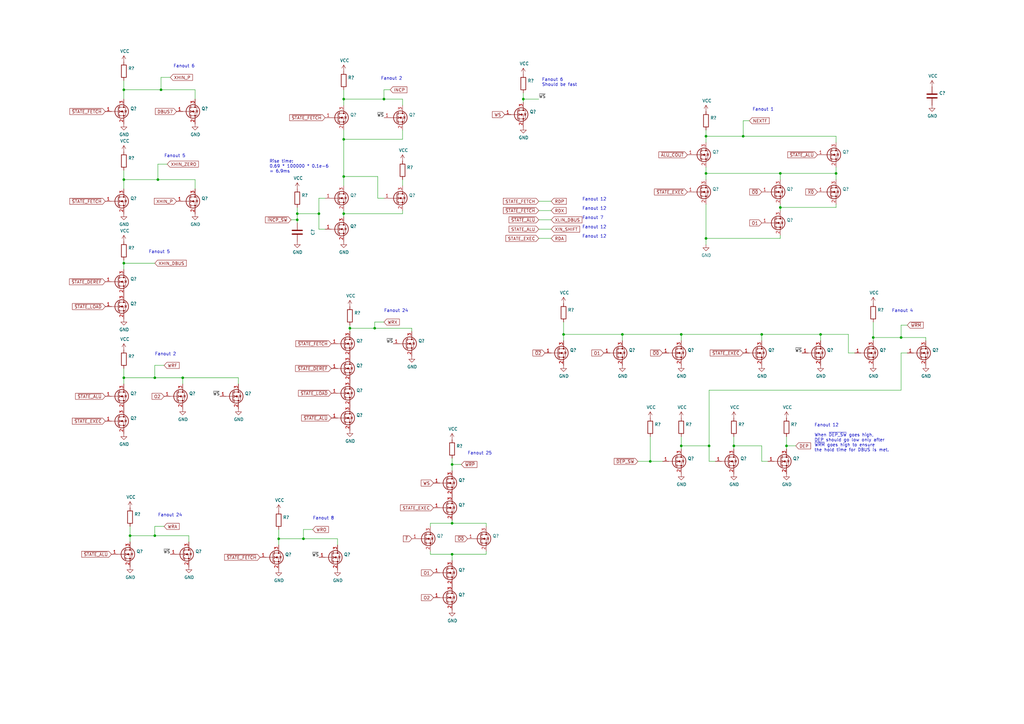
<source format=kicad_sch>
(kicad_sch (version 20211123) (generator eeschema)
  (paper "A3")
  (title_block (title "Q2 Computer") (date "2022-04-16") (rev "4c") (company "joewing.net"))
  (lib_symbols
    (symbol "Device:C" (pin_numbers hide) (pin_names (offset 0.254))
      (property "Reference" "C" (at 0.635 2.54 0))
      (property "Value" "C" (at 0.635 -2.54 0))
      (symbol "C_0_1"
        (polyline (pts (xy -2.032 -0.762) (xy 2.032 -0.762)) (stroke (width 0.508)))
        (polyline (pts (xy -2.032 0.762) (xy 2.032 0.762)) (stroke (width 0.508)))
      )
      (symbol "C_1_1"
        (pin passive line (at 0 3.81 270) (length 2.794) (name "~") (number "1"))
        (pin passive line (at 0 -3.81 90) (length 2.794) (name "~") (number "2"))
      )
    )
    (symbol "Device:R" (pin_numbers hide) (pin_names (offset 0))
      (property "Reference" "R" (at 2.032 0 90))
      (property "Value" "R" (at 0 0 90))
      (symbol "R_0_1"
        (rectangle (start -1.016 -2.54) (end 1.016 2.54) (stroke (width 0.254)))
      )
      (symbol "R_1_1"
        (pin passive line (at 0 3.81 270) (length 1.27) (name "~") (number "1"))
        (pin passive line (at 0 -3.81 90) (length 1.27) (name "~") (number "2"))
      )
    )
    (symbol "Transistor_FET:2N7002" (pin_names hide)
      (property "Reference" "Q" (at 5.08 1.905 0))
      (property "Value" "2N7002" (at 5.08 0 0))
      (symbol "2N7002_0_1"
        (polyline (pts (xy 0.254 0) (xy -2.54 0)))
        (polyline (pts (xy 0.254 1.905) (xy 0.254 -1.905)) (stroke (width 0.254)))
        (polyline (pts (xy 0.762 -1.27) (xy 0.762 -2.286)) (stroke (width 0.254)))
        (polyline (pts (xy 0.762 0.508) (xy 0.762 -0.508)) (stroke (width 0.254)))
        (polyline (pts (xy 0.762 2.286) (xy 0.762 1.27)) (stroke (width 0.254)))
        (polyline (pts (xy 2.54 2.54) (xy 2.54 1.778)))
        (polyline (pts (xy 2.54 -2.54) (xy 2.54 0) (xy 0.762 0)))
        (polyline (pts (xy 0.762 -1.778) (xy 3.302 -1.778) (xy 3.302 1.778) (xy 0.762 1.778)))
        (polyline (pts (xy 1.016 0) (xy 2.032 0.381) (xy 2.032 -0.381) (xy 1.016 0)) (fill (type outline)))
        (polyline (pts (xy 2.794 0.508) (xy 2.921 0.381) (xy 3.683 0.381) (xy 3.81 0.254)))
        (polyline (pts (xy 3.302 0.381) (xy 2.921 -0.254) (xy 3.683 -0.254) (xy 3.302 0.381)))
        (circle (center 1.651 0) (radius 2.794) (stroke (width 0.254)))
        (circle (center 2.54 -1.778) (radius 0.254) (fill (type outline)))
        (circle (center 2.54 1.778) (radius 0.254) (fill (type outline)))
      )
      (symbol "2N7002_1_1"
        (pin input line (at -5.08 0 0) (length 2.54) (name "G") (number "1"))
        (pin passive line (at 2.54 -5.08 90) (length 2.54) (name "S") (number "2"))
        (pin passive line (at 2.54 5.08 270) (length 2.54) (name "D") (number "3"))
      )
    )
    (symbol "power:GND" (power) (pin_names (offset 0))
      (property "Value" "GND" (at 0 -3.81 0))
      (symbol "GND_0_1"
        (polyline (pts (xy 0 0) (xy 0 -1.27) (xy 1.27 -1.27) (xy 0 -2.54) (xy -1.27 -1.27) (xy 0 -1.27)))
      )
      (symbol "GND_1_1"
        (pin power_in line (at 0 0 270) (length 0) hide (name "GND") (number "1"))
      )
    )
    (symbol "power:VCC" (power) (pin_names (offset 0))
      (property "Value" "VCC" (at 0 3.81 0))
      (symbol "VCC_0_1"
        (polyline (pts (xy -0.762 1.27) (xy 0 2.54)))
        (polyline (pts (xy 0 0) (xy 0 2.54)))
        (polyline (pts (xy 0 2.54) (xy 0.762 1.27)))
      )
      (symbol "VCC_1_1"
        (pin power_in line (at 0 0 90) (length 0) hide (name "VCC") (number "1"))
      )
    )
  )
  (junction (at 121.92 87.63))
  (junction (at 358.14 138.43))
  (junction (at 124.46 220.98))
  (junction (at 185.42 214.63))
  (junction (at 53.34 219.71))
  (junction (at 320.04 71.12))
  (junction (at 74.93 154.94))
  (junction (at 50.8 107.95))
  (junction (at 289.56 55.88))
  (junction (at 50.8 73.66))
  (junction (at 342.9 71.12))
  (junction (at 369.57 138.43))
  (junction (at 157.48 40.64))
  (junction (at 66.04 36.83))
  (junction (at 312.42 137.16))
  (junction (at 185.42 190.5))
  (junction (at 63.5 219.71))
  (junction (at 289.56 71.12))
  (junction (at 140.97 57.15))
  (junction (at 143.51 134.62))
  (junction (at 140.97 87.63))
  (junction (at 322.58 182.88))
  (junction (at 266.7 189.23))
  (junction (at 121.92 90.17))
  (junction (at 289.56 97.79))
  (junction (at 50.8 36.83))
  (junction (at 153.67 134.62))
  (junction (at 130.81 87.63))
  (junction (at 140.97 40.64))
  (junction (at 231.14 137.16))
  (junction (at 300.99 182.88))
  (junction (at 185.42 227.33))
  (junction (at 290.83 182.88))
  (junction (at 279.4 137.16))
  (junction (at 114.3 220.98))
  (junction (at 255.27 137.16))
  (junction (at 304.8 55.88))
  (junction (at 279.4 182.88))
  (junction (at 50.8 154.94))
  (junction (at 64.77 73.66))
  (junction (at 63.5 154.94))
  (junction (at 336.55 137.16))
  (junction (at 140.97 72.39))
  (junction (at 214.63 40.64))
  (junction (at 320.04 85.09))
  (wire (pts (xy 114.3 217.17) (xy 114.3 220.98)))
  (wire (pts (xy 326.39 182.88) (xy 322.58 182.88)))
  (wire (pts (xy 130.81 81.28) (xy 130.81 87.63)))
  (wire (pts (xy 124.46 217.17) (xy 124.46 220.98)))
  (wire (pts (xy 130.81 93.98) (xy 133.35 93.98)))
  (wire (pts (xy 312.42 137.16) (xy 336.55 137.16)))
  (wire (pts (xy 320.04 83.82) (xy 320.04 85.09)))
  (wire (pts (xy 289.56 53.34) (xy 289.56 55.88)))
  (wire (pts (xy 50.8 154.94) (xy 50.8 157.48)))
  (wire (pts (xy 50.8 107.95) (xy 63.5 107.95)))
  (wire (pts (xy 176.53 215.9) (xy 176.53 214.63)))
  (wire (pts (xy 128.27 217.17) (xy 124.46 217.17)))
  (wire (pts (xy 289.56 55.88) (xy 304.8 55.88)))
  (wire (pts (xy 157.48 40.64) (xy 165.1 40.64)))
  (wire (pts (xy 114.3 223.52) (xy 114.3 220.98)))
  (wire (pts (xy 165.1 43.18) (xy 165.1 40.64)))
  (wire (pts (xy 140.97 57.15) (xy 140.97 53.34)))
  (wire (pts (xy 119.38 90.17) (xy 121.92 90.17)))
  (wire (pts (xy 185.42 190.5) (xy 185.42 193.04)))
  (wire (pts (xy 347.98 137.16) (xy 336.55 137.16)))
  (wire (pts (xy 231.14 137.16) (xy 255.27 137.16)))
  (wire (pts (xy 143.51 134.62) (xy 143.51 135.89)))
  (wire (pts (xy 176.53 227.33) (xy 185.42 227.33)))
  (wire (pts (xy 63.5 154.94) (xy 50.8 154.94)))
  (wire (pts (xy 320.04 71.12) (xy 342.9 71.12)))
  (wire (pts (xy 322.58 179.07) (xy 322.58 182.88)))
  (wire (pts (xy 347.98 144.78) (xy 347.98 137.16)))
  (wire (pts (xy 66.04 31.75) (xy 66.04 36.83)))
  (wire (pts (xy 68.58 67.31) (xy 64.77 67.31)))
  (wire (pts (xy 63.5 219.71) (xy 77.47 219.71)))
  (wire (pts (xy 50.8 33.02) (xy 50.8 36.83)))
  (wire (pts (xy 320.04 85.09) (xy 320.04 86.36)))
  (wire (pts (xy 358.14 132.08) (xy 358.14 138.43)))
  (wire (pts (xy 140.97 40.64) (xy 157.48 40.64)))
  (wire (pts (xy 80.01 73.66) (xy 64.77 73.66)))
  (wire (pts (xy 320.04 71.12) (xy 320.04 73.66)))
  (wire (pts (xy 157.48 132.08) (xy 153.67 132.08)))
  (wire (pts (xy 199.39 226.06) (xy 199.39 227.33)))
  (wire (pts (xy 66.04 36.83) (xy 80.01 36.83)))
  (wire (pts (xy 176.53 226.06) (xy 176.53 227.33)))
  (wire (pts (xy 226.06 97.79) (xy 220.98 97.79)))
  (wire (pts (xy 322.58 182.88) (xy 322.58 184.15)))
  (wire (pts (xy 320.04 97.79) (xy 320.04 96.52)))
  (wire (pts (xy 214.63 40.64) (xy 214.63 41.91)))
  (wire (pts (xy 67.31 215.9) (xy 63.5 215.9)))
  (wire (pts (xy 369.57 144.78) (xy 372.11 144.78)))
  (wire (pts (xy 157.48 36.83) (xy 157.48 40.64)))
  (wire (pts (xy 300.99 182.88) (xy 312.42 182.88)))
  (wire (pts (xy 289.56 68.58) (xy 289.56 71.12)))
  (wire (pts (xy 290.83 182.88) (xy 279.4 182.88)))
  (wire (pts (xy 372.11 133.35) (xy 369.57 133.35)))
  (wire (pts (xy 63.5 154.94) (xy 74.93 154.94)))
  (wire (pts (xy 304.8 55.88) (xy 342.9 55.88)))
  (wire (pts (xy 185.42 227.33) (xy 185.42 229.87)))
  (wire (pts (xy 289.56 97.79) (xy 320.04 97.79)))
  (wire (pts (xy 140.97 36.83) (xy 140.97 40.64)))
  (wire (pts (xy 290.83 189.23) (xy 290.83 182.88)))
  (wire (pts (xy 279.4 182.88) (xy 279.4 184.15)))
  (wire (pts (xy 157.48 81.28) (xy 154.94 81.28)))
  (wire (pts (xy 289.56 83.82) (xy 289.56 97.79)))
  (wire (pts (xy 289.56 71.12) (xy 289.56 73.66)))
  (wire (pts (xy 50.8 40.64) (xy 50.8 36.83)))
  (wire (pts (xy 220.98 93.98) (xy 226.06 93.98)))
  (wire (pts (xy 143.51 134.62) (xy 153.67 134.62)))
  (wire (pts (xy 320.04 85.09) (xy 342.9 85.09)))
  (wire (pts (xy 293.37 189.23) (xy 290.83 189.23)))
  (wire (pts (xy 290.83 160.02) (xy 369.57 160.02)))
  (wire (pts (xy 64.77 67.31) (xy 64.77 73.66)))
  (wire (pts (xy 130.81 87.63) (xy 130.81 93.98)))
  (wire (pts (xy 80.01 77.47) (xy 80.01 73.66)))
  (wire (pts (xy 50.8 36.83) (xy 66.04 36.83)))
  (wire (pts (xy 160.02 36.83) (xy 157.48 36.83)))
  (wire (pts (xy 74.93 154.94) (xy 97.79 154.94)))
  (wire (pts (xy 185.42 214.63) (xy 185.42 213.36)))
  (wire (pts (xy 153.67 132.08) (xy 153.67 134.62)))
  (wire (pts (xy 312.42 137.16) (xy 279.4 137.16)))
  (wire (pts (xy 185.42 227.33) (xy 199.39 227.33)))
  (wire (pts (xy 53.34 222.25) (xy 53.34 219.71)))
  (wire (pts (xy 342.9 71.12) (xy 342.9 68.58)))
  (wire (pts (xy 80.01 36.83) (xy 80.01 40.64)))
  (wire (pts (xy 279.4 179.07) (xy 279.4 182.88)))
  (wire (pts (xy 168.91 134.62) (xy 168.91 135.89)))
  (wire (pts (xy 289.56 71.12) (xy 320.04 71.12)))
  (wire (pts (xy 138.43 223.52) (xy 138.43 220.98)))
  (wire (pts (xy 261.62 189.23) (xy 266.7 189.23)))
  (wire (pts (xy 307.34 49.53) (xy 304.8 49.53)))
  (wire (pts (xy 300.99 179.07) (xy 300.99 182.88)))
  (wire (pts (xy 165.1 57.15) (xy 165.1 53.34)))
  (wire (pts (xy 140.97 87.63) (xy 165.1 87.63)))
  (wire (pts (xy 50.8 73.66) (xy 50.8 77.47)))
  (wire (pts (xy 226.06 86.36) (xy 220.98 86.36)))
  (wire (pts (xy 342.9 85.09) (xy 342.9 83.82)))
  (wire (pts (xy 289.56 100.33) (xy 289.56 97.79)))
  (wire (pts (xy 154.94 81.28) (xy 154.94 72.39)))
  (wire (pts (xy 63.5 215.9) (xy 63.5 219.71)))
  (wire (pts (xy 165.1 87.63) (xy 165.1 86.36)))
  (wire (pts (xy 266.7 179.07) (xy 266.7 189.23)))
  (wire (pts (xy 74.93 154.94) (xy 74.93 157.48)))
  (wire (pts (xy 312.42 182.88) (xy 312.42 189.23)))
  (wire (pts (xy 266.7 189.23) (xy 271.78 189.23)))
  (wire (pts (xy 133.35 81.28) (xy 130.81 81.28)))
  (wire (pts (xy 67.31 149.86) (xy 63.5 149.86)))
  (wire (pts (xy 185.42 187.96) (xy 185.42 190.5)))
  (wire (pts (xy 63.5 149.86) (xy 63.5 154.94)))
  (wire (pts (xy 77.47 222.25) (xy 77.47 219.71)))
  (wire (pts (xy 358.14 138.43) (xy 358.14 139.7)))
  (wire (pts (xy 199.39 214.63) (xy 199.39 215.9)))
  (wire (pts (xy 336.55 139.7) (xy 336.55 137.16)))
  (wire (pts (xy 220.98 40.64) (xy 214.63 40.64)))
  (wire (pts (xy 279.4 137.16) (xy 279.4 139.7)))
  (wire (pts (xy 121.92 91.44) (xy 121.92 90.17)))
  (wire (pts (xy 64.77 73.66) (xy 50.8 73.66)))
  (wire (pts (xy 342.9 55.88) (xy 342.9 58.42)))
  (wire (pts (xy 53.34 219.71) (xy 63.5 219.71)))
  (wire (pts (xy 176.53 214.63) (xy 185.42 214.63)))
  (wire (pts (xy 231.14 137.16) (xy 231.14 139.7)))
  (wire (pts (xy 189.23 190.5) (xy 185.42 190.5)))
  (wire (pts (xy 185.42 214.63) (xy 199.39 214.63)))
  (wire (pts (xy 140.97 87.63) (xy 140.97 88.9)))
  (wire (pts (xy 369.57 160.02) (xy 369.57 144.78)))
  (wire (pts (xy 140.97 72.39) (xy 140.97 76.2)))
  (wire (pts (xy 140.97 86.36) (xy 140.97 87.63)))
  (wire (pts (xy 154.94 72.39) (xy 140.97 72.39)))
  (wire (pts (xy 279.4 137.16) (xy 255.27 137.16)))
  (wire (pts (xy 300.99 182.88) (xy 300.99 184.15)))
  (wire (pts (xy 369.57 138.43) (xy 379.73 138.43)))
  (wire (pts (xy 304.8 49.53) (xy 304.8 55.88)))
  (wire (pts (xy 140.97 43.18) (xy 140.97 40.64)))
  (wire (pts (xy 50.8 106.68) (xy 50.8 107.95)))
  (wire (pts (xy 289.56 58.42) (xy 289.56 55.88)))
  (wire (pts (xy 153.67 134.62) (xy 168.91 134.62)))
  (wire (pts (xy 143.51 133.35) (xy 143.51 134.62)))
  (wire (pts (xy 140.97 57.15) (xy 165.1 57.15)))
  (wire (pts (xy 140.97 57.15) (xy 140.97 72.39)))
  (wire (pts (xy 121.92 90.17) (xy 121.92 87.63)))
  (wire (pts (xy 97.79 154.94) (xy 97.79 157.48)))
  (wire (pts (xy 121.92 87.63) (xy 130.81 87.63)))
  (wire (pts (xy 50.8 151.13) (xy 50.8 154.94)))
  (wire (pts (xy 369.57 133.35) (xy 369.57 138.43)))
  (wire (pts (xy 114.3 220.98) (xy 124.46 220.98)))
  (wire (pts (xy 214.63 38.1) (xy 214.63 40.64)))
  (wire (pts (xy 50.8 69.85) (xy 50.8 73.66)))
  (wire (pts (xy 312.42 189.23) (xy 314.96 189.23)))
  (wire (pts (xy 350.52 144.78) (xy 347.98 144.78)))
  (wire (pts (xy 69.85 31.75) (xy 66.04 31.75)))
  (wire (pts (xy 165.1 73.66) (xy 165.1 76.2)))
  (wire (pts (xy 220.98 90.17) (xy 226.06 90.17)))
  (wire (pts (xy 50.8 107.95) (xy 50.8 110.49)))
  (wire (pts (xy 379.73 138.43) (xy 379.73 139.7)))
  (wire (pts (xy 220.98 82.55) (xy 226.06 82.55)))
  (wire (pts (xy 53.34 215.9) (xy 53.34 219.71)))
  (wire (pts (xy 312.42 139.7) (xy 312.42 137.16)))
  (wire (pts (xy 124.46 220.98) (xy 138.43 220.98)))
  (wire (pts (xy 290.83 182.88) (xy 290.83 160.02)))
  (wire (pts (xy 255.27 137.16) (xy 255.27 139.7)))
  (wire (pts (xy 358.14 138.43) (xy 369.57 138.43)))
  (wire (pts (xy 121.92 85.09) (xy 121.92 87.63)))
  (wire (pts (xy 231.14 132.08) (xy 231.14 137.16)))
  (wire (pts (xy 342.9 71.12) (xy 342.9 73.66)))
  (text "Fanout 12" (at 238.76 93.98 0) (effects (font (size 1.27 1.27)) (justify left bottom)))
  (text "Fanout 12" (at 238.76 82.55 0) (effects (font (size 1.27 1.27)) (justify left bottom)))
  (text "Fanout 12" (at 238.76 97.79 0) (effects (font (size 1.27 1.27)) (justify left bottom)))
  (text "Fanout 25" (at 191.77 186.69 0) (effects (font (size 1.27 1.27)) (justify left bottom)))
  (text "Fanout 4" (at 365.76 128.27 0) (effects (font (size 1.27 1.27)) (justify left bottom)))
  (text "Fanout 5" (at 67.31 64.77 0) (effects (font (size 1.27 1.27)) (justify left bottom)))
  (text "Fanout 24" (at 64.77 212.09 0) (effects (font (size 1.27 1.27)) (justify left bottom)))
  (text "Fanout 7" (at 238.76 90.17 0) (effects (font (size 1.27 1.27)) (justify left bottom)))
  (text "Fanout 12\n\nWhen ~{DEP_SW} goes high,\nDEP should go low only after\n~{WRM} goes high to ensure\nthe hold time for DBUS is met." (at 334.01 185.42 0) (effects (font (size 1.27 1.27)) (justify left bottom)))
  (text "Fanout 2" (at 63.5 146.05 0) (effects (font (size 1.27 1.27)) (justify left bottom)))
  (text "Fanout 6\nShould be fast" (at 222.25 35.56 0) (effects (font (size 1.27 1.27)) (justify left bottom)))
  (text "Fanout 12" (at 238.76 86.36 0) (effects (font (size 1.27 1.27)) (justify left bottom)))
  (text "Fanout 5" (at 60.96 104.14 0) (effects (font (size 1.27 1.27)) (justify left bottom)))
  (text "Fanout 24" (at 157.48 128.27 0) (effects (font (size 1.27 1.27)) (justify left bottom)))
  (text "Fanout 2" (at 156.21 33.02 0) (effects (font (size 1.27 1.27)) (justify left bottom)))
  (text "Fanout 6" (at 71.12 27.94 0) (effects (font (size 1.27 1.27)) (justify left bottom)))
  (text "Fanout 8" (at 128.27 213.36 0) (effects (font (size 1.27 1.27)) (justify left bottom)))
  (text "Rise time:\n0.69 * 100000 * 0.1e-6\n= 6.9ms" (at 110.49 71.12 0) (effects (font (size 1.27 1.27)) (justify left bottom)))
  (text "Fanout 1" (at 308.61 45.72 0) (effects (font (size 1.27 1.27)) (justify left bottom)))
  (label "~{WS}" (at 90.17 162.56 180))
  (label "~{WS}" (at 130.81 228.6 180))
  (label "~{WS}" (at 220.98 40.64 0))
  (label "~{WS}" (at 161.29 140.97 180))
  (label "~{WS}" (at 157.48 48.26 180))
  (label "~{WS}" (at 69.85 227.33 180))
  (label "~{WS}" (at 328.93 144.78 180))
  (global_label "~{X0}" (shape input) (at 335.28 78.74 180) (property "Intersheet References" "${INTERSHEET_REFS}" (effects hide)))
  (global_label "STATE_FETCH" (shape input) (at 220.98 82.55 180) (property "Intersheet References" "${INTERSHEET_REFS}" (effects hide)))
  (global_label "WRF" (shape input) (at 67.31 149.86 0) (property "Intersheet References" "${INTERSHEET_REFS}" (effects hide)))
  (global_label "~{F}" (shape input) (at 168.91 220.98 180) (property "Intersheet References" "${INTERSHEET_REFS}" (effects hide)))
  (global_label "WS" (shape input) (at 177.8 198.12 180) (property "Intersheet References" "${INTERSHEET_REFS}" (effects hide)))
  (global_label "XHIN_DBUS" (shape input) (at 63.5 107.95 0) (property "Intersheet References" "${INTERSHEET_REFS}" (effects hide)))
  (global_label "XHIN_ZERO" (shape input) (at 68.58 67.31 0) (property "Intersheet References" "${INTERSHEET_REFS}" (effects hide)))
  (global_label "~{STATE_ALU}" (shape input) (at 220.98 90.17 180) (property "Intersheet References" "${INTERSHEET_REFS}" (effects hide)))
  (global_label "~{O0}" (shape input) (at 191.77 220.98 180) (property "Intersheet References" "${INTERSHEET_REFS}" (effects hide)))
  (global_label "O2" (shape input) (at 67.31 162.56 180) (property "Intersheet References" "${INTERSHEET_REFS}" (effects hide)))
  (global_label "~{INCP_SW}" (shape input) (at 119.38 90.17 180) (property "Intersheet References" "${INTERSHEET_REFS}" (effects hide)))
  (global_label "~{STATE_FETCH}" (shape input) (at 220.98 86.36 180) (property "Intersheet References" "${INTERSHEET_REFS}" (effects hide)))
  (global_label "STATE_EXEC" (shape input) (at 177.8 208.28 180) (property "Intersheet References" "${INTERSHEET_REFS}" (effects hide)))
  (global_label "~{STATE_EXEC}" (shape input) (at 43.18 172.72 180) (property "Intersheet References" "${INTERSHEET_REFS}" (effects hide)))
  (global_label "~{STATE_EXEC}" (shape input) (at 281.94 78.74 180) (property "Intersheet References" "${INTERSHEET_REFS}" (effects hide)))
  (global_label "~{STATE_DEREF}" (shape input) (at 135.89 151.13 180) (property "Intersheet References" "${INTERSHEET_REFS}" (effects hide)))
  (global_label "RDX" (shape input) (at 226.06 86.36 0) (property "Intersheet References" "${INTERSHEET_REFS}" (effects hide)))
  (global_label "~{STATE_ALU}" (shape input) (at 45.72 227.33 180) (property "Intersheet References" "${INTERSHEET_REFS}" (effects hide)))
  (global_label "~{STATE_ALU}" (shape input) (at 335.28 63.5 180) (property "Intersheet References" "${INTERSHEET_REFS}" (effects hide)))
  (global_label "~{O0}" (shape input) (at 312.42 78.74 180) (property "Intersheet References" "${INTERSHEET_REFS}" (effects hide)))
  (global_label "O1" (shape input) (at 312.42 91.44 180) (property "Intersheet References" "${INTERSHEET_REFS}" (effects hide)))
  (global_label "~{STATE_LOAD}" (shape input) (at 135.89 161.29 180) (property "Intersheet References" "${INTERSHEET_REFS}" (effects hide)))
  (global_label "~{ALU_COUT}" (shape input) (at 281.94 63.5 180) (property "Intersheet References" "${INTERSHEET_REFS}" (effects hide)))
  (global_label "XHIN_P" (shape input) (at 69.85 31.75 0) (property "Intersheet References" "${INTERSHEET_REFS}" (effects hide)))
  (global_label "~{STATE_FETCH}" (shape input) (at 43.18 82.55 180) (property "Intersheet References" "${INTERSHEET_REFS}" (effects hide)))
  (global_label "~{STATE_ALU}" (shape input) (at 135.89 171.45 180) (property "Intersheet References" "${INTERSHEET_REFS}" (effects hide)))
  (global_label "INCP" (shape input) (at 160.02 36.83 0) (property "Intersheet References" "${INTERSHEET_REFS}" (effects hide)))
  (global_label "WRA" (shape input) (at 67.31 215.9 0) (property "Intersheet References" "${INTERSHEET_REFS}" (effects hide)))
  (global_label "STATE_ALU" (shape input) (at 220.98 93.98 180) (property "Intersheet References" "${INTERSHEET_REFS}" (effects hide)))
  (global_label "~{DEP_SW}" (shape input) (at 261.62 189.23 180) (property "Intersheet References" "${INTERSHEET_REFS}" (effects hide)))
  (global_label "~{O0}" (shape input) (at 271.78 144.78 180) (property "Intersheet References" "${INTERSHEET_REFS}" (effects hide)))
  (global_label "XHIN_P" (shape input) (at 72.39 82.55 180) (property "Intersheet References" "${INTERSHEET_REFS}" (effects hide)))
  (global_label "NEXTF" (shape input) (at 307.34 49.53 0) (property "Intersheet References" "${INTERSHEET_REFS}" (effects hide)))
  (global_label "~{STATE_FETCH}" (shape input) (at 43.18 45.72 180) (property "Intersheet References" "${INTERSHEET_REFS}" (effects hide)))
  (global_label "O1" (shape input) (at 177.8 234.95 180) (property "Intersheet References" "${INTERSHEET_REFS}" (effects hide)))
  (global_label "WRX" (shape input) (at 157.48 132.08 0) (property "Intersheet References" "${INTERSHEET_REFS}" (effects hide)))
  (global_label "~{STATE_LOAD}" (shape input) (at 43.18 125.73 180) (property "Intersheet References" "${INTERSHEET_REFS}" (effects hide)))
  (global_label "~{STATE_FETCH}" (shape input) (at 106.68 228.6 180) (property "Intersheet References" "${INTERSHEET_REFS}" (effects hide)))
  (global_label "~{STATE_ALU}" (shape input) (at 43.18 162.56 180) (property "Intersheet References" "${INTERSHEET_REFS}" (effects hide)))
  (global_label "~{WRM}" (shape input) (at 372.11 133.35 0) (property "Intersheet References" "${INTERSHEET_REFS}" (effects hide)))
  (global_label "RDA" (shape input) (at 226.06 97.79 0) (property "Intersheet References" "${INTERSHEET_REFS}" (effects hide)))
  (global_label "O2" (shape input) (at 177.8 245.11 180) (property "Intersheet References" "${INTERSHEET_REFS}" (effects hide)))
  (global_label "STATE_EXEC" (shape input) (at 220.98 97.79 180) (property "Intersheet References" "${INTERSHEET_REFS}" (effects hide)))
  (global_label "~{O2}" (shape input) (at 223.52 144.78 180) (property "Intersheet References" "${INTERSHEET_REFS}" (effects hide)))
  (global_label "O1" (shape input) (at 247.65 144.78 180) (property "Intersheet References" "${INTERSHEET_REFS}" (effects hide)))
  (global_label "~{STATE_DEREF}" (shape input) (at 43.18 115.57 180) (property "Intersheet References" "${INTERSHEET_REFS}" (effects hide)))
  (global_label "WS" (shape input) (at 207.01 46.99 180) (property "Intersheet References" "${INTERSHEET_REFS}" (effects hide)))
  (global_label "WRO" (shape input) (at 128.27 217.17 0) (property "Intersheet References" "${INTERSHEET_REFS}" (effects hide)))
  (global_label "~{STATE_EXEC}" (shape input) (at 304.8 144.78 180) (property "Intersheet References" "${INTERSHEET_REFS}" (effects hide)))
  (global_label "~{WRP}" (shape input) (at 189.23 190.5 0) (property "Intersheet References" "${INTERSHEET_REFS}" (effects hide)))
  (global_label "~{STATE_FETCH}" (shape input) (at 135.89 140.97 180) (property "Intersheet References" "${INTERSHEET_REFS}" (effects hide)))
  (global_label "XLIN_DBUS" (shape input) (at 226.06 90.17 0) (property "Intersheet References" "${INTERSHEET_REFS}" (effects hide)))
  (global_label "DBUS7" (shape input) (at 72.39 45.72 180) (property "Intersheet References" "${INTERSHEET_REFS}" (effects hide)))
  (global_label "DEP" (shape input) (at 326.39 182.88 0) (property "Intersheet References" "${INTERSHEET_REFS}" (effects hide)))
  (global_label "RDP" (shape input) (at 226.06 82.55 0) (property "Intersheet References" "${INTERSHEET_REFS}" (effects hide)))
  (global_label "~{STATE_FETCH}" (shape input) (at 133.35 48.26 180) (property "Intersheet References" "${INTERSHEET_REFS}" (effects hide)))
  (global_label "XIN_SHIFT" (shape input) (at 226.06 93.98 0) (property "Intersheet References" "${INTERSHEET_REFS}" (effects hide)))
  (symbol (lib_id "Transistor_FET:2N7002") (at 298.45 189.23 0) (unit 1)
    (property "Reference" "Q?" (at 303.6316 188.0616 0) (effects (justify left)))
    (property "LCSC" "C181083" (effects hide))
    (property "Manufacturer" "Guangdong Hottech" (effects hide))
    (property "Part Number" "2N7002" (effects hide))
    (property "Package" "SOT-23" (effects hide))
    (property "Type" "SMD" (effects hide))
  )
  (symbol (lib_id "power:GND") (at 300.99 194.31 0) (unit 1)
    (property "Reference" "#PWR?" (effects hide))
  )
  (symbol (lib_id "Transistor_FET:2N7002") (at 276.86 189.23 0) (unit 1)
    (property "Reference" "Q?" (at 282.0416 188.0616 0) (effects (justify left)))
    (property "LCSC" "C181083" (effects hide))
    (property "Manufacturer" "Guangdong Hottech" (effects hide))
    (property "Part Number" "2N7002K" (effects hide))
    (property "Package" "SOT-23" (effects hide))
    (property "Type" "SMD" (effects hide))
  )
  (symbol (lib_id "power:GND") (at 279.4 194.31 0) (unit 1)
    (property "Reference" "#PWR?" (effects hide))
  )
  (symbol (lib_id "power:VCC") (at 279.4 171.45 0) (unit 1)
    (property "Reference" "#PWR?" (effects hide))
  )
  (symbol (lib_id "Device:R") (at 300.99 175.26 0) (unit 1)
    (property "Reference" "R?" (at 302.768 174.0916 0) (effects (justify left)))
    (property "LCSC" "C25804" (effects hide))
    (property "Manufacturer" "UNI-ROYAL(Uniroyal Elec)" (effects hide))
    (property "Part Number" "0603WAF1002T5E" (effects hide))
    (property "Package" "0603" (effects hide))
    (property "Type" "SMD" (effects hide))
  )
  (symbol (lib_id "power:VCC") (at 300.99 171.45 0) (unit 1)
    (property "Reference" "#PWR?" (effects hide))
  )
  (symbol (lib_id "power:GND") (at 379.73 149.86 0) (unit 1)
    (property "Reference" "#PWR?" (effects hide))
  )
  (symbol (lib_id "power:GND") (at 336.55 149.86 0) (unit 1)
    (property "Reference" "#PWR?" (effects hide))
  )
  (symbol (lib_id "power:GND") (at 312.42 149.86 0) (unit 1)
    (property "Reference" "#PWR?" (effects hide))
  )
  (symbol (lib_id "power:GND") (at 279.4 149.86 0) (unit 1)
    (property "Reference" "#PWR?" (effects hide))
  )
  (symbol (lib_id "power:GND") (at 255.27 149.86 0) (unit 1)
    (property "Reference" "#PWR?" (effects hide))
  )
  (symbol (lib_id "power:GND") (at 231.14 149.86 0) (unit 1)
    (property "Reference" "#PWR?" (effects hide))
  )
  (symbol (lib_id "Transistor_FET:2N7002") (at 138.43 81.28 0) (unit 1)
    (property "Reference" "Q?" (at 143.6116 80.1116 0) (effects (justify left)))
    (property "LCSC" "C181083" (effects hide))
    (property "Manufacturer" "Guangdong Hottech" (effects hide))
    (property "Part Number" "2N7002" (effects hide))
    (property "Package" "SOT-23" (effects hide))
    (property "Type" "SMD" (effects hide))
  )
  (symbol (lib_id "Transistor_FET:2N7002") (at 138.43 93.98 0) (unit 1)
    (property "Reference" "Q?" (at 143.6116 92.8116 0) (effects (justify left)))
    (property "LCSC" "C181083" (effects hide))
    (property "Manufacturer" "Guangdong Hottech" (effects hide))
    (property "Part Number" "2N7002" (effects hide))
    (property "Package" "SOT-23" (effects hide))
    (property "Type" "SMD" (effects hide))
  )
  (symbol (lib_id "Transistor_FET:2N7002") (at 162.56 81.28 0) (unit 1)
    (property "Reference" "Q?" (at 167.7416 80.1116 0) (effects (justify left)))
    (property "LCSC" "C181083" (effects hide))
    (property "Manufacturer" "Guangdong Hottech" (effects hide))
    (property "Part Number" "2N7002" (effects hide))
    (property "Package" "SOT-23" (effects hide))
    (property "Type" "SMD" (effects hide))
  )
  (symbol (lib_id "Device:R") (at 165.1 69.85 0) (unit 1)
    (property "Reference" "R?" (at 166.878 68.6816 0) (effects (justify left)))
    (property "LCSC" "C21190" (effects hide))
    (property "Manufacturer" "UNI-ROYAL(Uniroyal Elec)" (effects hide))
    (property "Part Number" "0603WAF1001T5E" (effects hide))
    (property "Package" "0603" (effects hide))
    (property "Type" "SMD" (effects hide))
  )
  (symbol (lib_id "power:VCC") (at 165.1 66.04 0) (unit 1)
    (property "Reference" "#PWR?" (effects hide))
  )
  (symbol (lib_id "power:GND") (at 140.97 99.06 0) (unit 1)
    (property "Reference" "#PWR?" (effects hide))
  )
  (symbol (lib_id "Device:R") (at 121.92 81.28 0) (unit 1)
    (property "Reference" "R?" (at 123.698 80.1116 0) (effects (justify left)))
    (property "LCSC" "C25803" (effects hide))
    (property "Manufacturer" "UNI-ROYAL(Uniroyal Elec)" (effects hide))
    (property "Part Number" "0603WAF1003T5E" (effects hide))
    (property "Package" "0603" (effects hide))
    (property "Type" "SMD" (effects hide))
  )
  (symbol (lib_id "power:VCC") (at 121.92 77.47 0) (unit 1)
    (property "Reference" "#PWR?" (effects hide))
  )
  (symbol (lib_id "Device:C") (at 121.92 95.25 180) (unit 1)
    (property "Reference" "C?" (at 128.3208 95.25 90))
    (property "LCSC" "C49678" (effects hide))
    (property "Manufacturer" "YAGEO" (effects hide))
    (property "Part Number" "CC0805KRX7R9BB104" (effects hide))
    (property "Package" "0805" (effects hide))
    (property "Type" "SMD" (effects hide))
  )
  (symbol (lib_id "power:GND") (at 121.92 99.06 0) (unit 1)
    (property "Reference" "#PWR?" (effects hide))
  )
  (symbol (lib_id "power:GND") (at 114.3 233.68 0) (unit 1)
    (property "Reference" "#PWR?" (effects hide))
  )
  (symbol (lib_id "Device:R") (at 114.3 213.36 0) (unit 1)
    (property "Reference" "R?" (at 116.078 212.1916 0) (effects (justify left)))
    (property "LCSC" "C23162" (effects hide))
    (property "Manufacturer" "UNI-ROYAL(Uniroyal Elec)" (effects hide))
    (property "Part Number" "0603WAF4701T5E" (effects hide))
    (property "Package" "0603" (effects hide))
    (property "Type" "SMD" (effects hide))
  )
  (symbol (lib_id "power:VCC") (at 114.3 209.55 0) (unit 1)
    (property "Reference" "#PWR?" (effects hide))
  )
  (symbol (lib_id "power:GND") (at 138.43 233.68 0) (unit 1)
    (property "Reference" "#PWR?" (effects hide))
  )
  (symbol (lib_id "power:GND") (at 214.63 52.07 0) (unit 1)
    (property "Reference" "#PWR?" (effects hide))
  )
  (symbol (lib_id "Device:R") (at 214.63 34.29 0) (unit 1)
    (property "Reference" "R?" (at 216.408 33.1216 0) (effects (justify left)))
    (property "LCSC" "C23162" (effects hide))
    (property "Manufacturer" "UNI-ROYAL(Uniroyal Elec)" (effects hide))
    (property "Part Number" "0603WAF4701T5E" (effects hide))
    (property "Package" "0603" (effects hide))
    (property "Type" "SMD" (effects hide))
  )
  (symbol (lib_id "power:VCC") (at 214.63 30.48 0) (unit 1)
    (property "Reference" "#PWR?" (effects hide))
  )
  (symbol (lib_id "power:GND") (at 50.8 50.8 0) (unit 1)
    (property "Reference" "#PWR?" (effects hide))
  )
  (symbol (lib_id "power:GND") (at 80.01 50.8 0) (unit 1)
    (property "Reference" "#PWR?" (effects hide))
  )
  (symbol (lib_id "Device:R") (at 50.8 29.21 0) (unit 1)
    (property "Reference" "R?" (at 52.578 28.0416 0) (effects (justify left)))
    (property "LCSC" "C23162" (effects hide))
    (property "Manufacturer" "UNI-ROYAL(Uniroyal Elec)" (effects hide))
    (property "Part Number" "0603WAF4701T5E" (effects hide))
    (property "Package" "0603" (effects hide))
    (property "Type" "SMD" (effects hide))
  )
  (symbol (lib_id "power:VCC") (at 50.8 25.4 0) (unit 1)
    (property "Reference" "#PWR?" (effects hide))
  )
  (symbol (lib_id "power:GND") (at 80.01 87.63 0) (unit 1)
    (property "Reference" "#PWR?" (effects hide))
  )
  (symbol (lib_id "power:GND") (at 50.8 87.63 0) (unit 1)
    (property "Reference" "#PWR?" (effects hide))
  )
  (symbol (lib_id "Device:R") (at 50.8 66.04 0) (unit 1)
    (property "Reference" "R?" (at 52.578 64.8716 0) (effects (justify left)))
    (property "LCSC" "C23162" (effects hide))
    (property "Manufacturer" "UNI-ROYAL(Uniroyal Elec)" (effects hide))
    (property "Part Number" "0603WAF4701T5E" (effects hide))
    (property "Package" "0603" (effects hide))
    (property "Type" "SMD" (effects hide))
  )
  (symbol (lib_id "power:VCC") (at 50.8 62.23 0) (unit 1)
    (property "Reference" "#PWR?" (effects hide))
  )
  (symbol (lib_id "Device:R") (at 50.8 102.87 0) (unit 1)
    (property "Reference" "R?" (at 52.578 101.7016 0) (effects (justify left)))
    (property "LCSC" "C25804" (effects hide))
    (property "Manufacturer" "UNI-ROYAL(Uniroyal Elec)" (effects hide))
    (property "Part Number" "0603WAF1002T5E" (effects hide))
    (property "Package" "0603" (effects hide))
    (property "Type" "SMD" (effects hide))
  )
  (symbol (lib_id "power:VCC") (at 50.8 99.06 0) (unit 1)
    (property "Reference" "#PWR?" (effects hide))
  )
  (symbol (lib_id "power:GND") (at 50.8 130.81 0) (unit 1)
    (property "Reference" "#PWR?" (effects hide))
  )
  (symbol (lib_id "power:GND") (at 53.34 232.41 0) (unit 1)
    (property "Reference" "#PWR?" (effects hide))
  )
  (symbol (lib_id "Device:R") (at 53.34 212.09 0) (unit 1)
    (property "Reference" "R?" (at 55.118 210.9216 0) (effects (justify left)))
    (property "LCSC" "C21190" (effects hide))
    (property "Manufacturer" "UNI-ROYAL(Uniroyal Elec)" (effects hide))
    (property "Part Number" "0603WAF1001T5E" (effects hide))
    (property "Package" "0603" (effects hide))
    (property "Type" "SMD" (effects hide))
  )
  (symbol (lib_id "power:VCC") (at 53.34 208.28 0) (unit 1)
    (property "Reference" "#PWR?" (effects hide))
  )
  (symbol (lib_id "power:GND") (at 77.47 232.41 0) (unit 1)
    (property "Reference" "#PWR?" (effects hide))
  )
  (symbol (lib_id "power:GND") (at 143.51 176.53 0) (unit 1)
    (property "Reference" "#PWR?" (effects hide))
  )
  (symbol (lib_id "Device:R") (at 143.51 129.54 0) (unit 1)
    (property "Reference" "R?" (at 145.288 128.3716 0) (effects (justify left)))
    (property "LCSC" "C21190" (effects hide))
    (property "Manufacturer" "UNI-ROYAL(Uniroyal Elec)" (effects hide))
    (property "Part Number" "0603WAF1001T5E" (effects hide))
    (property "Package" "0603" (effects hide))
    (property "Type" "SMD" (effects hide))
  )
  (symbol (lib_id "power:VCC") (at 143.51 125.73 0) (unit 1)
    (property "Reference" "#PWR?" (effects hide))
  )
  (symbol (lib_id "Device:R") (at 140.97 33.02 0) (unit 1)
    (property "Reference" "R?" (at 142.748 31.8516 0) (effects (justify left)))
    (property "LCSC" "C25804" (effects hide))
    (property "Manufacturer" "UNI-ROYAL(Uniroyal Elec)" (effects hide))
    (property "Part Number" "0603WAF1002T5E" (effects hide))
    (property "Package" "0603" (effects hide))
    (property "Type" "SMD" (effects hide))
  )
  (symbol (lib_id "power:VCC") (at 140.97 29.21 0) (unit 1)
    (property "Reference" "#PWR?" (effects hide))
  )
  (symbol (lib_id "power:GND") (at 50.8 177.8 0) (unit 1)
    (property "Reference" "#PWR?" (effects hide))
  )
  (symbol (lib_id "Device:R") (at 50.8 147.32 0) (unit 1)
    (property "Reference" "R?" (at 52.578 146.1516 0) (effects (justify left)))
    (property "LCSC" "C25804" (effects hide))
    (property "Manufacturer" "UNI-ROYAL(Uniroyal Elec)" (effects hide))
    (property "Part Number" "0603WAF1002T5E" (effects hide))
    (property "Package" "0603" (effects hide))
    (property "Type" "SMD" (effects hide))
  )
  (symbol (lib_id "power:VCC") (at 50.8 143.51 0) (unit 1)
    (property "Reference" "#PWR?" (effects hide))
  )
  (symbol (lib_id "Device:R") (at 289.56 49.53 0) (unit 1)
    (property "Reference" "R?" (at 291.338 48.3616 0) (effects (justify left)))
    (property "LCSC" "C25804" (effects hide))
    (property "Manufacturer" "UNI-ROYAL(Uniroyal Elec)" (effects hide))
    (property "Part Number" "0603WAF1002T5E" (effects hide))
    (property "Package" "0603" (effects hide))
    (property "Type" "SMD" (effects hide))
  )
  (symbol (lib_id "power:VCC") (at 289.56 45.72 0) (unit 1)
    (property "Reference" "#PWR?" (effects hide))
  )
  (symbol (lib_id "Device:R") (at 231.14 128.27 0) (unit 1)
    (property "Reference" "R?" (at 232.918 127.1016 0) (effects (justify left)))
    (property "LCSC" "C25804" (effects hide))
    (property "Manufacturer" "UNI-ROYAL(Uniroyal Elec)" (effects hide))
    (property "Part Number" "0603WAF1002T5E" (effects hide))
    (property "Package" "0603" (effects hide))
    (property "Type" "SMD" (effects hide))
  )
  (symbol (lib_id "power:VCC") (at 231.14 124.46 0) (unit 1)
    (property "Reference" "#PWR?" (effects hide))
  )
  (symbol (lib_id "Device:R") (at 185.42 184.15 0) (unit 1)
    (property "Reference" "R?" (at 187.198 182.9816 0) (effects (justify left)))
    (property "LCSC" "C21190" (effects hide))
    (property "Manufacturer" "UNI-ROYAL(Uniroyal Elec)" (effects hide))
    (property "Part Number" "0603WAF1001T5E" (effects hide))
    (property "Package" "0603" (effects hide))
    (property "Type" "SMD" (effects hide))
  )
  (symbol (lib_id "power:VCC") (at 185.42 180.34 0) (unit 1)
    (property "Reference" "#PWR?" (effects hide))
  )
  (symbol (lib_id "Transistor_FET:2N7002") (at 77.47 45.72 0) (unit 1)
    (property "Reference" "Q?" (at 82.6516 44.5516 0) (effects (justify left)))
    (property "LCSC" "C181083" (effects hide))
    (property "Manufacturer" "Guangdong Hottech" (effects hide))
    (property "Part Number" "2N7002" (effects hide))
    (property "Package" "SOT-23" (effects hide))
    (property "Type" "SMD" (effects hide))
  )
  (symbol (lib_id "Transistor_FET:2N7002") (at 48.26 45.72 0) (unit 1)
    (property "Reference" "Q?" (at 53.4416 44.5516 0) (effects (justify left)))
    (property "LCSC" "C181083" (effects hide))
    (property "Manufacturer" "Guangdong Hottech" (effects hide))
    (property "Part Number" "2N7002" (effects hide))
    (property "Package" "SOT-23" (effects hide))
    (property "Type" "SMD" (effects hide))
  )
  (symbol (lib_id "Transistor_FET:2N7002") (at 48.26 82.55 0) (unit 1)
    (property "Reference" "Q?" (at 53.4416 81.3816 0) (effects (justify left)))
    (property "LCSC" "C181083" (effects hide))
    (property "Manufacturer" "Guangdong Hottech" (effects hide))
    (property "Part Number" "2N7002" (effects hide))
    (property "Package" "SOT-23" (effects hide))
    (property "Type" "SMD" (effects hide))
  )
  (symbol (lib_id "Transistor_FET:2N7002") (at 77.47 82.55 0) (unit 1)
    (property "Reference" "Q?" (at 82.6516 81.3816 0) (effects (justify left)))
    (property "LCSC" "C181083" (effects hide))
    (property "Manufacturer" "Guangdong Hottech" (effects hide))
    (property "Part Number" "2N7002" (effects hide))
    (property "Package" "SOT-23" (effects hide))
    (property "Type" "SMD" (effects hide))
  )
  (symbol (lib_id "Transistor_FET:2N7002") (at 138.43 48.26 0) (unit 1)
    (property "Reference" "Q?" (at 143.6116 47.0916 0) (effects (justify left)))
    (property "LCSC" "C181083" (effects hide))
    (property "Manufacturer" "Guangdong Hottech" (effects hide))
    (property "Part Number" "2N7002" (effects hide))
    (property "Package" "SOT-23" (effects hide))
    (property "Type" "SMD" (effects hide))
  )
  (symbol (lib_id "Transistor_FET:2N7002") (at 162.56 48.26 0) (unit 1)
    (property "Reference" "Q?" (at 167.7416 47.0916 0) (effects (justify left)))
    (property "LCSC" "C181083" (effects hide))
    (property "Manufacturer" "Guangdong Hottech" (effects hide))
    (property "Part Number" "2N7002" (effects hide))
    (property "Package" "SOT-23" (effects hide))
    (property "Type" "SMD" (effects hide))
  )
  (symbol (lib_id "Transistor_FET:2N7002") (at 212.09 46.99 0) (unit 1)
    (property "Reference" "Q?" (at 217.2716 45.8216 0) (effects (justify left)))
    (property "LCSC" "C181083" (effects hide))
    (property "Manufacturer" "Guangdong Hottech" (effects hide))
    (property "Part Number" "2N7002" (effects hide))
    (property "Package" "SOT-23" (effects hide))
    (property "Type" "SMD" (effects hide))
  )
  (symbol (lib_id "Transistor_FET:2N7002") (at 48.26 115.57 0) (unit 1)
    (property "Reference" "Q?" (at 53.4416 114.4016 0) (effects (justify left)))
    (property "LCSC" "C181083" (effects hide))
    (property "Manufacturer" "Guangdong Hottech" (effects hide))
    (property "Part Number" "2N7002" (effects hide))
    (property "Package" "SOT-23" (effects hide))
    (property "Type" "SMD" (effects hide))
  )
  (symbol (lib_id "Transistor_FET:2N7002") (at 48.26 125.73 0) (unit 1)
    (property "Reference" "Q?" (at 53.4416 124.5616 0) (effects (justify left)))
    (property "LCSC" "C181083" (effects hide))
    (property "Manufacturer" "Guangdong Hottech" (effects hide))
    (property "Part Number" "2N7002" (effects hide))
    (property "Package" "SOT-23" (effects hide))
    (property "Type" "SMD" (effects hide))
  )
  (symbol (lib_id "Transistor_FET:2N7002") (at 111.76 228.6 0) (unit 1)
    (property "Reference" "Q?" (at 116.9416 227.4316 0) (effects (justify left)))
    (property "LCSC" "C181083" (effects hide))
    (property "Manufacturer" "Guangdong Hottech" (effects hide))
    (property "Part Number" "2N7002" (effects hide))
    (property "Package" "SOT-23" (effects hide))
    (property "Type" "SMD" (effects hide))
  )
  (symbol (lib_id "Transistor_FET:2N7002") (at 135.89 228.6 0) (unit 1)
    (property "Reference" "Q?" (at 141.0716 227.4316 0) (effects (justify left)))
    (property "LCSC" "C181083" (effects hide))
    (property "Manufacturer" "Guangdong Hottech" (effects hide))
    (property "Part Number" "2N7002" (effects hide))
    (property "Package" "SOT-23" (effects hide))
    (property "Type" "SMD" (effects hide))
  )
  (symbol (lib_id "Transistor_FET:2N7002") (at 50.8 227.33 0) (unit 1)
    (property "Reference" "Q?" (at 55.9816 226.1616 0) (effects (justify left)))
    (property "LCSC" "C181083" (effects hide))
    (property "Manufacturer" "Guangdong Hottech" (effects hide))
    (property "Part Number" "2N7002" (effects hide))
    (property "Package" "SOT-23" (effects hide))
    (property "Type" "SMD" (effects hide))
  )
  (symbol (lib_id "Transistor_FET:2N7002") (at 74.93 227.33 0) (unit 1)
    (property "Reference" "Q?" (at 80.1116 226.1616 0) (effects (justify left)))
    (property "LCSC" "C181083" (effects hide))
    (property "Manufacturer" "Guangdong Hottech" (effects hide))
    (property "Part Number" "2N7002" (effects hide))
    (property "Package" "SOT-23" (effects hide))
    (property "Type" "SMD" (effects hide))
  )
  (symbol (lib_id "Transistor_FET:2N7002") (at 48.26 162.56 0) (unit 1)
    (property "Reference" "Q?" (at 53.4416 161.3916 0) (effects (justify left)))
    (property "LCSC" "C181083" (effects hide))
    (property "Manufacturer" "Guangdong Hottech" (effects hide))
    (property "Part Number" "2N7002" (effects hide))
    (property "Package" "SOT-23" (effects hide))
    (property "Type" "SMD" (effects hide))
  )
  (symbol (lib_id "Transistor_FET:2N7002") (at 48.26 172.72 0) (unit 1)
    (property "Reference" "Q?" (at 53.4416 171.5516 0) (effects (justify left)))
    (property "LCSC" "C181083" (effects hide))
    (property "Manufacturer" "Guangdong Hottech" (effects hide))
    (property "Part Number" "2N7002" (effects hide))
    (property "Package" "SOT-23" (effects hide))
    (property "Type" "SMD" (effects hide))
  )
  (symbol (lib_id "Transistor_FET:2N7002") (at 72.39 162.56 0) (unit 1)
    (property "Reference" "Q?" (at 77.5716 161.3916 0) (effects (justify left)))
    (property "LCSC" "C181083" (effects hide))
    (property "Manufacturer" "Guangdong Hottech" (effects hide))
    (property "Part Number" "2N7002" (effects hide))
    (property "Package" "SOT-23" (effects hide))
    (property "Type" "SMD" (effects hide))
  )
  (symbol (lib_id "Transistor_FET:2N7002") (at 95.25 162.56 0) (unit 1)
    (property "Reference" "Q?" (at 100.4316 161.3916 0) (effects (justify left)))
    (property "LCSC" "C181083" (effects hide))
    (property "Manufacturer" "Guangdong Hottech" (effects hide))
    (property "Part Number" "2N7002" (effects hide))
    (property "Package" "SOT-23" (effects hide))
    (property "Type" "SMD" (effects hide))
  )
  (symbol (lib_id "power:GND") (at 74.93 167.64 0) (unit 1)
    (property "Reference" "#PWR?" (effects hide))
  )
  (symbol (lib_id "power:GND") (at 97.79 167.64 0) (unit 1)
    (property "Reference" "#PWR?" (effects hide))
  )
  (symbol (lib_id "Transistor_FET:2N7002") (at 228.6 144.78 0) (unit 1)
    (property "Reference" "Q?" (at 233.7816 143.6116 0) (effects (justify left)))
    (property "LCSC" "C181083" (effects hide))
    (property "Manufacturer" "Guangdong Hottech" (effects hide))
    (property "Part Number" "2N7002" (effects hide))
    (property "Package" "SOT-23" (effects hide))
    (property "Type" "SMD" (effects hide))
  )
  (symbol (lib_id "Transistor_FET:2N7002") (at 252.73 144.78 0) (unit 1)
    (property "Reference" "Q?" (at 257.9116 143.6116 0) (effects (justify left)))
    (property "LCSC" "C181083" (effects hide))
    (property "Manufacturer" "Guangdong Hottech" (effects hide))
    (property "Part Number" "2N7002" (effects hide))
    (property "Package" "SOT-23" (effects hide))
    (property "Type" "SMD" (effects hide))
  )
  (symbol (lib_id "Transistor_FET:2N7002") (at 276.86 144.78 0) (unit 1)
    (property "Reference" "Q?" (at 282.0416 143.6116 0) (effects (justify left)))
    (property "LCSC" "C181083" (effects hide))
    (property "Manufacturer" "Guangdong Hottech" (effects hide))
    (property "Part Number" "2N7002" (effects hide))
    (property "Package" "SOT-23" (effects hide))
    (property "Type" "SMD" (effects hide))
  )
  (symbol (lib_id "Transistor_FET:2N7002") (at 309.88 144.78 0) (unit 1)
    (property "Reference" "Q?" (at 315.0616 143.6116 0) (effects (justify left)))
    (property "LCSC" "C181083" (effects hide))
    (property "Manufacturer" "Guangdong Hottech" (effects hide))
    (property "Part Number" "2N7002" (effects hide))
    (property "Package" "SOT-23" (effects hide))
    (property "Type" "SMD" (effects hide))
  )
  (symbol (lib_id "Transistor_FET:2N7002") (at 334.01 144.78 0) (unit 1)
    (property "Reference" "Q?" (at 339.1916 143.6116 0) (effects (justify left)))
    (property "LCSC" "C181083" (effects hide))
    (property "Manufacturer" "Guangdong Hottech" (effects hide))
    (property "Part Number" "2N7002" (effects hide))
    (property "Package" "SOT-23" (effects hide))
    (property "Type" "SMD" (effects hide))
  )
  (symbol (lib_id "Transistor_FET:2N7002") (at 377.19 144.78 0) (unit 1)
    (property "Reference" "Q?" (at 382.3716 143.6116 0) (effects (justify left)))
    (property "LCSC" "C181083" (effects hide))
    (property "Manufacturer" "Guangdong Hottech" (effects hide))
    (property "Part Number" "2N7002" (effects hide))
    (property "Package" "SOT-23" (effects hide))
    (property "Type" "SMD" (effects hide))
  )
  (symbol (lib_id "Transistor_FET:2N7002") (at 320.04 189.23 0) (unit 1)
    (property "Reference" "Q?" (at 325.2216 188.0616 0) (effects (justify left)))
    (property "LCSC" "C181083" (effects hide))
    (property "Manufacturer" "Guangdong Hottech" (effects hide))
    (property "Part Number" "2N7002" (effects hide))
    (property "Package" "SOT-23" (effects hide))
    (property "Type" "SMD" (effects hide))
  )
  (symbol (lib_id "power:GND") (at 322.58 194.31 0) (unit 1)
    (property "Reference" "#PWR?" (effects hide))
  )
  (symbol (lib_id "Device:R") (at 322.58 175.26 0) (unit 1)
    (property "Reference" "R?" (at 324.358 174.0916 0) (effects (justify left)))
    (property "LCSC" "C25804" (effects hide))
    (property "Manufacturer" "UNI-ROYAL(Uniroyal Elec)" (effects hide))
    (property "Part Number" "0603WAF1002T5E" (effects hide))
    (property "Package" "0603" (effects hide))
    (property "Type" "SMD" (effects hide))
  )
  (symbol (lib_id "power:VCC") (at 322.58 171.45 0) (unit 1)
    (property "Reference" "#PWR?" (effects hide))
  )
  (symbol (lib_id "Transistor_FET:2N7002") (at 140.97 140.97 0) (unit 1)
    (property "Reference" "Q?" (at 146.1516 139.8016 0) (effects (justify left)))
    (property "LCSC" "C181083" (effects hide))
    (property "Manufacturer" "Guangdong Hottech" (effects hide))
    (property "Part Number" "2N7002" (effects hide))
    (property "Package" "SOT-23" (effects hide))
    (property "Type" "SMD" (effects hide))
  )
  (symbol (lib_id "Transistor_FET:2N7002") (at 140.97 151.13 0) (unit 1)
    (property "Reference" "Q?" (at 146.1516 149.9616 0) (effects (justify left)))
    (property "LCSC" "C181083" (effects hide))
    (property "Manufacturer" "Guangdong Hottech" (effects hide))
    (property "Part Number" "2N7002" (effects hide))
    (property "Package" "SOT-23" (effects hide))
    (property "Type" "SMD" (effects hide))
  )
  (symbol (lib_id "Transistor_FET:2N7002") (at 140.97 161.29 0) (unit 1)
    (property "Reference" "Q?" (at 146.1516 160.1216 0) (effects (justify left)))
    (property "LCSC" "C181083" (effects hide))
    (property "Manufacturer" "Guangdong Hottech" (effects hide))
    (property "Part Number" "2N7002" (effects hide))
    (property "Package" "SOT-23" (effects hide))
    (property "Type" "SMD" (effects hide))
  )
  (symbol (lib_id "Transistor_FET:2N7002") (at 140.97 171.45 0) (unit 1)
    (property "Reference" "Q?" (at 146.1516 170.2816 0) (effects (justify left)))
    (property "LCSC" "C181083" (effects hide))
    (property "Manufacturer" "Guangdong Hottech" (effects hide))
    (property "Part Number" "2N7002" (effects hide))
    (property "Package" "SOT-23" (effects hide))
    (property "Type" "SMD" (effects hide))
  )
  (symbol (lib_id "Transistor_FET:2N7002") (at 166.37 140.97 0) (unit 1)
    (property "Reference" "Q?" (at 171.5516 139.8016 0) (effects (justify left)))
    (property "LCSC" "C181083" (effects hide))
    (property "Manufacturer" "Guangdong Hottech" (effects hide))
    (property "Part Number" "2N7002" (effects hide))
    (property "Package" "SOT-23" (effects hide))
    (property "Type" "SMD" (effects hide))
  )
  (symbol (lib_id "power:GND") (at 168.91 146.05 0) (unit 1)
    (property "Reference" "#PWR?" (effects hide))
  )
  (symbol (lib_id "Transistor_FET:2N7002") (at 182.88 198.12 0) (unit 1)
    (property "Reference" "Q?" (at 188.0616 196.9516 0) (effects (justify left)))
    (property "LCSC" "C181083" (effects hide))
    (property "Manufacturer" "Guangdong Hottech" (effects hide))
    (property "Part Number" "2N7002" (effects hide))
    (property "Package" "SOT-23" (effects hide))
    (property "Type" "SMD" (effects hide))
  )
  (symbol (lib_id "Transistor_FET:2N7002") (at 182.88 208.28 0) (unit 1)
    (property "Reference" "Q?" (at 188.0616 207.1116 0) (effects (justify left)))
    (property "LCSC" "C181083" (effects hide))
    (property "Manufacturer" "Guangdong Hottech" (effects hide))
    (property "Part Number" "2N7002" (effects hide))
    (property "Package" "SOT-23" (effects hide))
    (property "Type" "SMD" (effects hide))
  )
  (symbol (lib_id "Transistor_FET:2N7002") (at 182.88 245.11 0) (unit 1)
    (property "Reference" "Q?" (at 188.0616 243.9416 0) (effects (justify left)))
    (property "LCSC" "C181083" (effects hide))
    (property "Manufacturer" "Guangdong Hottech" (effects hide))
    (property "Part Number" "2N7002" (effects hide))
    (property "Package" "SOT-23" (effects hide))
    (property "Type" "SMD" (effects hide))
  )
  (symbol (lib_id "Transistor_FET:2N7002") (at 182.88 234.95 0) (unit 1)
    (property "Reference" "Q?" (at 188.0616 233.7816 0) (effects (justify left)))
    (property "LCSC" "C181083" (effects hide))
    (property "Manufacturer" "Guangdong Hottech" (effects hide))
    (property "Part Number" "2N7002" (effects hide))
    (property "Package" "SOT-23" (effects hide))
    (property "Type" "SMD" (effects hide))
  )
  (symbol (lib_id "Transistor_FET:2N7002") (at 173.99 220.98 0) (unit 1)
    (property "Reference" "Q?" (at 179.1716 219.8116 0) (effects (justify left)))
    (property "LCSC" "C181083" (effects hide))
    (property "Manufacturer" "Guangdong Hottech" (effects hide))
    (property "Part Number" "2N7002" (effects hide))
    (property "Package" "SOT-23" (effects hide))
    (property "Type" "SMD" (effects hide))
  )
  (symbol (lib_id "Transistor_FET:2N7002") (at 196.85 220.98 0) (unit 1)
    (property "Reference" "Q?" (at 202.0316 219.8116 0) (effects (justify left)))
    (property "LCSC" "C181083" (effects hide))
    (property "Manufacturer" "Guangdong Hottech" (effects hide))
    (property "Part Number" "2N7002" (effects hide))
    (property "Package" "SOT-23" (effects hide))
    (property "Type" "SMD" (effects hide))
  )
  (symbol (lib_id "power:GND") (at 185.42 250.19 0) (unit 1)
    (property "Reference" "#PWR?" (effects hide))
  )
  (symbol (lib_id "Transistor_FET:2N7002") (at 317.5 78.74 0) (unit 1)
    (property "Reference" "Q?" (at 322.6816 77.5716 0) (effects (justify left)))
    (property "LCSC" "C181083" (effects hide))
    (property "Manufacturer" "Guangdong Hottech" (effects hide))
    (property "Part Number" "2N7002" (effects hide))
    (property "Package" "SOT-23" (effects hide))
    (property "Type" "SMD" (effects hide))
  )
  (symbol (lib_id "Transistor_FET:2N7002") (at 340.36 78.74 0) (unit 1)
    (property "Reference" "Q?" (at 345.5416 77.5716 0) (effects (justify left)))
    (property "LCSC" "C181083" (effects hide))
    (property "Manufacturer" "Guangdong Hottech" (effects hide))
    (property "Part Number" "2N7002" (effects hide))
    (property "Package" "SOT-23" (effects hide))
    (property "Type" "SMD" (effects hide))
  )
  (symbol (lib_id "Transistor_FET:2N7002") (at 287.02 78.74 0) (unit 1)
    (property "Reference" "Q?" (at 292.2016 77.5716 0) (effects (justify left)))
    (property "LCSC" "C181083" (effects hide))
    (property "Manufacturer" "Guangdong Hottech" (effects hide))
    (property "Part Number" "2N7002" (effects hide))
    (property "Package" "SOT-23" (effects hide))
    (property "Type" "SMD" (effects hide))
  )
  (symbol (lib_id "Transistor_FET:2N7002") (at 317.5 91.44 0) (unit 1)
    (property "Reference" "Q?" (at 322.6816 90.2716 0) (effects (justify left)))
    (property "LCSC" "C181083" (effects hide))
    (property "Manufacturer" "Guangdong Hottech" (effects hide))
    (property "Part Number" "2N7002" (effects hide))
    (property "Package" "SOT-23" (effects hide))
    (property "Type" "SMD" (effects hide))
  )
  (symbol (lib_id "power:GND") (at 289.56 100.33 0) (unit 1)
    (property "Reference" "#PWR?" (effects hide))
  )
  (symbol (lib_id "Transistor_FET:2N7002") (at 340.36 63.5 0) (unit 1)
    (property "Reference" "Q?" (at 345.5416 62.3316 0) (effects (justify left)))
    (property "LCSC" "C181083" (effects hide))
    (property "Manufacturer" "Guangdong Hottech" (effects hide))
    (property "Part Number" "2N7002" (effects hide))
    (property "Package" "SOT-23" (effects hide))
    (property "Type" "SMD" (effects hide))
  )
  (symbol (lib_id "Transistor_FET:2N7002") (at 287.02 63.5 0) (unit 1)
    (property "Reference" "Q?" (at 292.2016 62.3316 0) (effects (justify left)))
    (property "LCSC" "C181083" (effects hide))
    (property "Manufacturer" "Guangdong Hottech" (effects hide))
    (property "Part Number" "2N7002" (effects hide))
    (property "Package" "SOT-23" (effects hide))
    (property "Type" "SMD" (effects hide))
  )
  (symbol (lib_id "power:GND") (at 358.14 149.86 0) (unit 1)
    (property "Reference" "#PWR?" (effects hide))
  )
  (symbol (lib_id "Transistor_FET:2N7002") (at 355.6 144.78 0) (unit 1)
    (property "Reference" "Q?" (at 360.7816 143.6116 0) (effects (justify left)))
    (property "LCSC" "C181083" (effects hide))
    (property "Manufacturer" "Guangdong Hottech" (effects hide))
    (property "Part Number" "2N7002" (effects hide))
    (property "Package" "SOT-23" (effects hide))
    (property "Type" "SMD" (effects hide))
  )
  (symbol (lib_id "Device:R") (at 266.7 175.26 0) (unit 1)
    (property "Reference" "R?" (at 268.478 174.0916 0) (effects (justify left)))
    (property "LCSC" "C25803" (effects hide))
    (property "Manufacturer" "UNI-ROYAL(Uniroyal Elec)" (effects hide))
    (property "Part Number" "0603WAF1003T5E" (effects hide))
    (property "Package" "0603" (effects hide))
    (property "Type" "SMD" (effects hide))
  )
  (symbol (lib_id "power:VCC") (at 266.7 171.45 0) (unit 1)
    (property "Reference" "#PWR?" (effects hide))
  )
  (symbol (lib_id "Device:R") (at 279.4 175.26 0) (unit 1)
    (property "Reference" "R?" (at 281.178 174.0916 0) (effects (justify left)))
    (property "LCSC" "C25804" (effects hide))
    (property "Manufacturer" "UNI-ROYAL(Uniroyal Elec)" (effects hide))
    (property "Part Number" "0603WAF1002T5E" (effects hide))
    (property "Package" "0603" (effects hide))
    (property "Type" "SMD" (effects hide))
  )
  (symbol (lib_id "Device:R") (at 358.14 128.27 0) (unit 1)
    (property "Reference" "R?" (at 359.918 127.1016 0) (effects (justify left)))
    (property "LCSC" "C25804" (effects hide))
    (property "Manufacturer" "UNI-ROYAL(Uniroyal Elec)" (effects hide))
    (property "Part Number" "0603WAF1002T5E" (effects hide))
    (property "Package" "0603" (effects hide))
    (property "Type" "SMD" (effects hide))
  )
  (symbol (lib_id "power:VCC") (at 358.14 124.46 0) (unit 1)
    (property "Reference" "#PWR?" (effects hide))
  )
  (symbol (lib_id "Device:C") (at 382.27 39.37 0) (unit 1)
    (property "Reference" "C?" (at 385.191 38.2016 0) (effects (justify left)))
    (property "LCSC" "C49678" (effects hide))
    (property "Manufacturer" "YAGEO" (effects hide))
    (property "Part Number" "CC0805KRX7R9BB104" (effects hide))
    (property "Package" "0805" (effects hide))
    (property "Type" "SMD" (effects hide))
  )
  (symbol (lib_id "power:GND") (at 382.27 43.18 0) (unit 1)
    (property "Reference" "#PWR?" (effects hide))
  )
  (symbol (lib_id "power:VCC") (at 382.27 35.56 0) (unit 1)
    (property "Reference" "#PWR?" (effects hide))
  )
)
</source>
